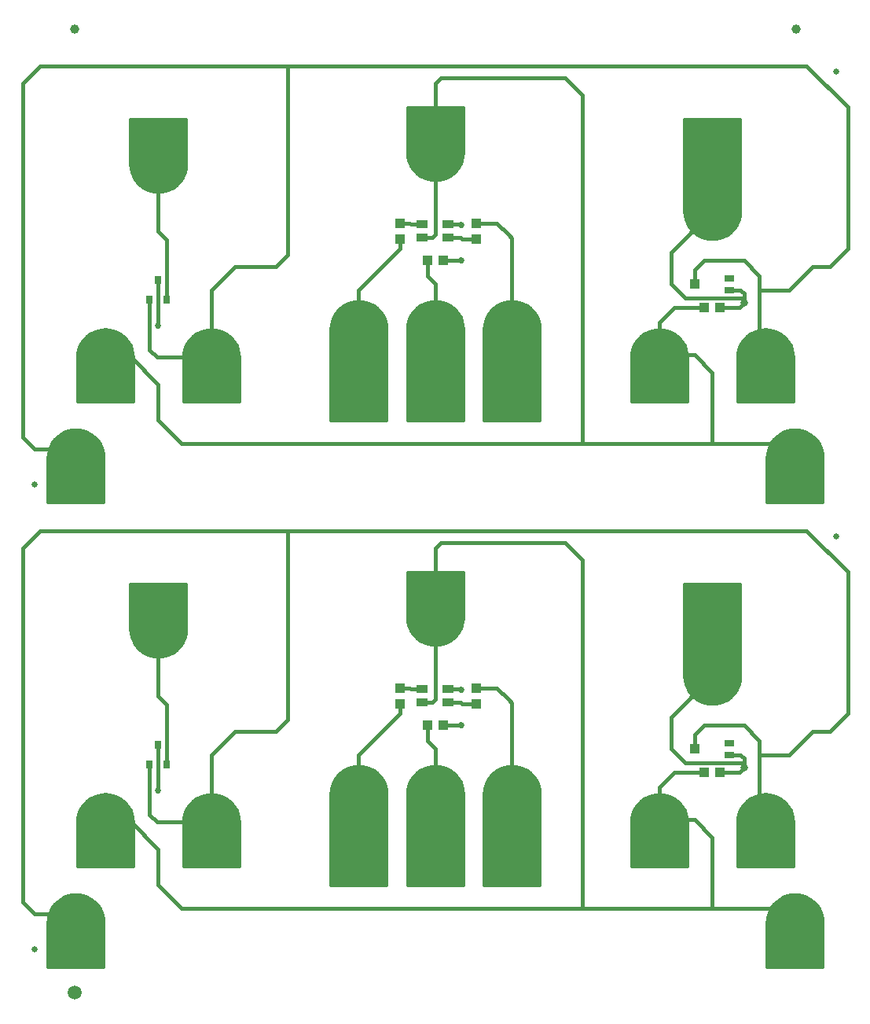
<source format=gtl>
G75*
%MOIN*%
%OFA0B0*%
%FSLAX25Y25*%
%IPPOS*%
%LPD*%
%AMOC8*
5,1,8,0,0,1.08239X$1,22.5*
%
%ADD10R,0.04331X0.03937*%
%ADD11R,0.03937X0.04331*%
%ADD12C,0.20000*%
%ADD13C,0.01000*%
%ADD14R,0.04331X0.03150*%
%ADD15C,0.02500*%
%ADD16R,0.03150X0.03543*%
%ADD17R,0.04724X0.03543*%
%ADD18C,0.03937*%
%ADD19C,0.05906*%
%ADD20C,0.01600*%
%ADD21C,0.02700*%
%ADD22C,0.03200*%
D10*
X0205404Y0133750D03*
X0212096Y0133750D03*
X0318927Y0123711D03*
X0322904Y0113750D03*
X0329596Y0113750D03*
X0329596Y0310750D03*
X0322904Y0310750D03*
X0318927Y0320711D03*
X0212096Y0330750D03*
X0205404Y0330750D03*
D11*
X0193750Y0339904D03*
X0193750Y0346596D03*
X0226250Y0346596D03*
X0226250Y0339904D03*
X0226250Y0149596D03*
X0226250Y0142904D03*
X0193750Y0142904D03*
X0193750Y0149596D03*
D12*
X0208750Y0179750D03*
X0208750Y0104750D03*
X0208750Y0081750D03*
X0176250Y0081750D03*
X0176250Y0104750D03*
X0113750Y0092750D03*
X0068750Y0092750D03*
X0056250Y0050250D03*
X0091250Y0174750D03*
X0056250Y0247250D03*
X0068750Y0289750D03*
X0113750Y0289750D03*
X0176250Y0278750D03*
X0176250Y0301750D03*
X0208750Y0301750D03*
X0208750Y0278750D03*
X0241250Y0278750D03*
X0241250Y0301750D03*
X0303750Y0289750D03*
X0348750Y0289750D03*
X0361250Y0247250D03*
X0326250Y0177750D03*
X0326250Y0154750D03*
X0303750Y0092750D03*
X0348750Y0092750D03*
X0361250Y0050250D03*
X0241250Y0081750D03*
X0241250Y0104750D03*
X0326250Y0351750D03*
X0326250Y0374750D03*
X0208750Y0376750D03*
X0091250Y0371750D03*
D13*
X0083964Y0362253D02*
X0098536Y0362253D01*
X0099108Y0362681D02*
X0100319Y0363892D01*
X0101345Y0365262D01*
X0102166Y0366765D01*
X0102764Y0368369D01*
X0103128Y0370042D01*
X0103250Y0371750D01*
X0103250Y0390750D01*
X0079250Y0390750D01*
X0079250Y0371750D01*
X0079372Y0370042D01*
X0079736Y0368369D01*
X0080334Y0366765D01*
X0081155Y0365262D01*
X0082181Y0363892D01*
X0083392Y0362681D01*
X0084762Y0361655D01*
X0086265Y0360834D01*
X0087869Y0360236D01*
X0089542Y0359872D01*
X0091250Y0359750D01*
X0092958Y0359872D01*
X0094631Y0360236D01*
X0096235Y0360834D01*
X0097738Y0361655D01*
X0099108Y0362681D01*
X0099679Y0363251D02*
X0082821Y0363251D01*
X0081913Y0364250D02*
X0100587Y0364250D01*
X0101335Y0365248D02*
X0081165Y0365248D01*
X0080617Y0366247D02*
X0101883Y0366247D01*
X0102345Y0367245D02*
X0080155Y0367245D01*
X0079783Y0368244D02*
X0102717Y0368244D01*
X0102954Y0369242D02*
X0079546Y0369242D01*
X0079358Y0370241D02*
X0103142Y0370241D01*
X0103213Y0371239D02*
X0079287Y0371239D01*
X0079250Y0372238D02*
X0103250Y0372238D01*
X0103250Y0373236D02*
X0079250Y0373236D01*
X0079250Y0374235D02*
X0103250Y0374235D01*
X0103250Y0375233D02*
X0079250Y0375233D01*
X0079250Y0376232D02*
X0103250Y0376232D01*
X0103250Y0377230D02*
X0079250Y0377230D01*
X0079250Y0378229D02*
X0103250Y0378229D01*
X0103250Y0379227D02*
X0079250Y0379227D01*
X0079250Y0380226D02*
X0103250Y0380226D01*
X0103250Y0381224D02*
X0079250Y0381224D01*
X0079250Y0382223D02*
X0103250Y0382223D01*
X0103250Y0383222D02*
X0079250Y0383222D01*
X0079250Y0384220D02*
X0103250Y0384220D01*
X0103250Y0385219D02*
X0079250Y0385219D01*
X0079250Y0386217D02*
X0103250Y0386217D01*
X0103250Y0387216D02*
X0079250Y0387216D01*
X0079250Y0388214D02*
X0103250Y0388214D01*
X0103250Y0389213D02*
X0079250Y0389213D01*
X0079250Y0390211D02*
X0103250Y0390211D01*
X0097004Y0361254D02*
X0085496Y0361254D01*
X0087816Y0360256D02*
X0094684Y0360256D01*
X0110369Y0301264D02*
X0108765Y0300666D01*
X0107262Y0299845D01*
X0105892Y0298819D01*
X0104681Y0297608D01*
X0103655Y0296238D01*
X0102834Y0294735D01*
X0102236Y0293131D01*
X0101872Y0291458D01*
X0101750Y0289750D01*
X0101750Y0270750D01*
X0125750Y0270750D01*
X0125750Y0289750D01*
X0125628Y0291458D01*
X0125264Y0293131D01*
X0124666Y0294735D01*
X0123845Y0296238D01*
X0122819Y0297608D01*
X0121608Y0298819D01*
X0120238Y0299845D01*
X0118735Y0300666D01*
X0117131Y0301264D01*
X0115458Y0301628D01*
X0113750Y0301750D01*
X0112042Y0301628D01*
X0110369Y0301264D01*
X0110735Y0301344D02*
X0116765Y0301344D01*
X0119322Y0300345D02*
X0108178Y0300345D01*
X0106596Y0299347D02*
X0120904Y0299347D01*
X0122079Y0298348D02*
X0105421Y0298348D01*
X0104487Y0297350D02*
X0123013Y0297350D01*
X0123760Y0296351D02*
X0103740Y0296351D01*
X0103172Y0295353D02*
X0124328Y0295353D01*
X0124808Y0294354D02*
X0102692Y0294354D01*
X0102320Y0293355D02*
X0125180Y0293355D01*
X0125432Y0292357D02*
X0102068Y0292357D01*
X0101865Y0291358D02*
X0125635Y0291358D01*
X0125706Y0290360D02*
X0101794Y0290360D01*
X0101750Y0289361D02*
X0125750Y0289361D01*
X0125750Y0288363D02*
X0101750Y0288363D01*
X0101750Y0287364D02*
X0125750Y0287364D01*
X0125750Y0286366D02*
X0101750Y0286366D01*
X0101750Y0285367D02*
X0125750Y0285367D01*
X0125750Y0284369D02*
X0101750Y0284369D01*
X0101750Y0283370D02*
X0125750Y0283370D01*
X0125750Y0282372D02*
X0101750Y0282372D01*
X0101750Y0281373D02*
X0125750Y0281373D01*
X0125750Y0280375D02*
X0101750Y0280375D01*
X0101750Y0279376D02*
X0125750Y0279376D01*
X0125750Y0278378D02*
X0101750Y0278378D01*
X0101750Y0277379D02*
X0125750Y0277379D01*
X0125750Y0276381D02*
X0101750Y0276381D01*
X0101750Y0275382D02*
X0125750Y0275382D01*
X0125750Y0274384D02*
X0101750Y0274384D01*
X0101750Y0273385D02*
X0125750Y0273385D01*
X0125750Y0272387D02*
X0101750Y0272387D01*
X0101750Y0271388D02*
X0125750Y0271388D01*
X0164250Y0271388D02*
X0188250Y0271388D01*
X0188250Y0270390D02*
X0164250Y0270390D01*
X0164250Y0269391D02*
X0188250Y0269391D01*
X0188250Y0268393D02*
X0164250Y0268393D01*
X0164250Y0267394D02*
X0188250Y0267394D01*
X0188250Y0266396D02*
X0164250Y0266396D01*
X0164250Y0265397D02*
X0188250Y0265397D01*
X0188250Y0264399D02*
X0164250Y0264399D01*
X0164250Y0263400D02*
X0188250Y0263400D01*
X0188250Y0262750D02*
X0188250Y0301750D01*
X0188128Y0303458D01*
X0187764Y0305131D01*
X0187166Y0306735D01*
X0186345Y0308238D01*
X0185319Y0309608D01*
X0184108Y0310819D01*
X0182738Y0311845D01*
X0181235Y0312666D01*
X0179631Y0313264D01*
X0177958Y0313628D01*
X0176250Y0313750D01*
X0174542Y0313628D01*
X0172869Y0313264D01*
X0171265Y0312666D01*
X0169762Y0311845D01*
X0168392Y0310819D01*
X0167181Y0309608D01*
X0166155Y0308238D01*
X0165334Y0306735D01*
X0164736Y0305131D01*
X0164372Y0303458D01*
X0164250Y0301750D01*
X0164250Y0262750D01*
X0188250Y0262750D01*
X0196750Y0262750D02*
X0220750Y0262750D01*
X0220750Y0301750D01*
X0220628Y0303458D01*
X0220264Y0305131D01*
X0219666Y0306735D01*
X0218845Y0308238D01*
X0217819Y0309608D01*
X0216608Y0310819D01*
X0215238Y0311845D01*
X0213735Y0312666D01*
X0212131Y0313264D01*
X0210458Y0313628D01*
X0208750Y0313750D01*
X0207042Y0313628D01*
X0205369Y0313264D01*
X0203765Y0312666D01*
X0202262Y0311845D01*
X0200892Y0310819D01*
X0199681Y0309608D01*
X0198655Y0308238D01*
X0197834Y0306735D01*
X0197236Y0305131D01*
X0196872Y0303458D01*
X0196750Y0301750D01*
X0196750Y0262750D01*
X0196750Y0263400D02*
X0220750Y0263400D01*
X0220750Y0264399D02*
X0196750Y0264399D01*
X0196750Y0265397D02*
X0220750Y0265397D01*
X0220750Y0266396D02*
X0196750Y0266396D01*
X0196750Y0267394D02*
X0220750Y0267394D01*
X0220750Y0268393D02*
X0196750Y0268393D01*
X0196750Y0269391D02*
X0220750Y0269391D01*
X0220750Y0270390D02*
X0196750Y0270390D01*
X0196750Y0271388D02*
X0220750Y0271388D01*
X0220750Y0272387D02*
X0196750Y0272387D01*
X0196750Y0273385D02*
X0220750Y0273385D01*
X0220750Y0274384D02*
X0196750Y0274384D01*
X0196750Y0275382D02*
X0220750Y0275382D01*
X0220750Y0276381D02*
X0196750Y0276381D01*
X0196750Y0277379D02*
X0220750Y0277379D01*
X0220750Y0278378D02*
X0196750Y0278378D01*
X0196750Y0279376D02*
X0220750Y0279376D01*
X0220750Y0280375D02*
X0196750Y0280375D01*
X0196750Y0281373D02*
X0220750Y0281373D01*
X0220750Y0282372D02*
X0196750Y0282372D01*
X0196750Y0283370D02*
X0220750Y0283370D01*
X0220750Y0284369D02*
X0196750Y0284369D01*
X0196750Y0285367D02*
X0220750Y0285367D01*
X0220750Y0286366D02*
X0196750Y0286366D01*
X0196750Y0287364D02*
X0220750Y0287364D01*
X0220750Y0288363D02*
X0196750Y0288363D01*
X0196750Y0289361D02*
X0220750Y0289361D01*
X0220750Y0290360D02*
X0196750Y0290360D01*
X0196750Y0291358D02*
X0220750Y0291358D01*
X0220750Y0292357D02*
X0196750Y0292357D01*
X0196750Y0293355D02*
X0220750Y0293355D01*
X0220750Y0294354D02*
X0196750Y0294354D01*
X0196750Y0295353D02*
X0220750Y0295353D01*
X0220750Y0296351D02*
X0196750Y0296351D01*
X0196750Y0297350D02*
X0220750Y0297350D01*
X0220750Y0298348D02*
X0196750Y0298348D01*
X0196750Y0299347D02*
X0220750Y0299347D01*
X0220750Y0300345D02*
X0196750Y0300345D01*
X0196750Y0301344D02*
X0220750Y0301344D01*
X0220708Y0302342D02*
X0196792Y0302342D01*
X0196864Y0303341D02*
X0220636Y0303341D01*
X0220436Y0304339D02*
X0197064Y0304339D01*
X0197313Y0305338D02*
X0220187Y0305338D01*
X0219814Y0306336D02*
X0197686Y0306336D01*
X0198162Y0307335D02*
X0219338Y0307335D01*
X0218774Y0308333D02*
X0198726Y0308333D01*
X0199474Y0309332D02*
X0218026Y0309332D01*
X0217097Y0310330D02*
X0200403Y0310330D01*
X0201573Y0311329D02*
X0215927Y0311329D01*
X0214355Y0312327D02*
X0203145Y0312327D01*
X0205653Y0313326D02*
X0211847Y0313326D01*
X0230186Y0306336D02*
X0252314Y0306336D01*
X0252166Y0306735D02*
X0251345Y0308238D01*
X0250319Y0309608D01*
X0249108Y0310819D01*
X0247738Y0311845D01*
X0246235Y0312666D01*
X0244631Y0313264D01*
X0242958Y0313628D01*
X0241250Y0313750D01*
X0239542Y0313628D01*
X0237869Y0313264D01*
X0236265Y0312666D01*
X0234762Y0311845D01*
X0233392Y0310819D01*
X0232181Y0309608D01*
X0231155Y0308238D01*
X0230334Y0306735D01*
X0229736Y0305131D01*
X0229372Y0303458D01*
X0229250Y0301750D01*
X0229250Y0262750D01*
X0253250Y0262750D01*
X0253250Y0301750D01*
X0253128Y0303458D01*
X0252764Y0305131D01*
X0252166Y0306735D01*
X0251838Y0307335D02*
X0230662Y0307335D01*
X0231226Y0308333D02*
X0251274Y0308333D01*
X0250526Y0309332D02*
X0231974Y0309332D01*
X0232903Y0310330D02*
X0249597Y0310330D01*
X0248427Y0311329D02*
X0234073Y0311329D01*
X0235645Y0312327D02*
X0246855Y0312327D01*
X0244347Y0313326D02*
X0238153Y0313326D01*
X0229813Y0305338D02*
X0252687Y0305338D01*
X0252936Y0304339D02*
X0229564Y0304339D01*
X0229364Y0303341D02*
X0253136Y0303341D01*
X0253208Y0302342D02*
X0229292Y0302342D01*
X0229250Y0301344D02*
X0253250Y0301344D01*
X0253250Y0300345D02*
X0229250Y0300345D01*
X0229250Y0299347D02*
X0253250Y0299347D01*
X0253250Y0298348D02*
X0229250Y0298348D01*
X0229250Y0297350D02*
X0253250Y0297350D01*
X0253250Y0296351D02*
X0229250Y0296351D01*
X0229250Y0295353D02*
X0253250Y0295353D01*
X0253250Y0294354D02*
X0229250Y0294354D01*
X0229250Y0293355D02*
X0253250Y0293355D01*
X0253250Y0292357D02*
X0229250Y0292357D01*
X0229250Y0291358D02*
X0253250Y0291358D01*
X0253250Y0290360D02*
X0229250Y0290360D01*
X0229250Y0289361D02*
X0253250Y0289361D01*
X0253250Y0288363D02*
X0229250Y0288363D01*
X0229250Y0287364D02*
X0253250Y0287364D01*
X0253250Y0286366D02*
X0229250Y0286366D01*
X0229250Y0285367D02*
X0253250Y0285367D01*
X0253250Y0284369D02*
X0229250Y0284369D01*
X0229250Y0283370D02*
X0253250Y0283370D01*
X0253250Y0282372D02*
X0229250Y0282372D01*
X0229250Y0281373D02*
X0253250Y0281373D01*
X0253250Y0280375D02*
X0229250Y0280375D01*
X0229250Y0279376D02*
X0253250Y0279376D01*
X0253250Y0278378D02*
X0229250Y0278378D01*
X0229250Y0277379D02*
X0253250Y0277379D01*
X0253250Y0276381D02*
X0229250Y0276381D01*
X0229250Y0275382D02*
X0253250Y0275382D01*
X0253250Y0274384D02*
X0229250Y0274384D01*
X0229250Y0273385D02*
X0253250Y0273385D01*
X0253250Y0272387D02*
X0229250Y0272387D01*
X0229250Y0271388D02*
X0253250Y0271388D01*
X0253250Y0270390D02*
X0229250Y0270390D01*
X0229250Y0269391D02*
X0253250Y0269391D01*
X0253250Y0268393D02*
X0229250Y0268393D01*
X0229250Y0267394D02*
X0253250Y0267394D01*
X0253250Y0266396D02*
X0229250Y0266396D01*
X0229250Y0265397D02*
X0253250Y0265397D01*
X0253250Y0264399D02*
X0229250Y0264399D01*
X0229250Y0263400D02*
X0253250Y0263400D01*
X0291750Y0270750D02*
X0315750Y0270750D01*
X0315750Y0289750D01*
X0315628Y0291458D01*
X0315264Y0293131D01*
X0314666Y0294735D01*
X0313845Y0296238D01*
X0312819Y0297608D01*
X0311608Y0298819D01*
X0310238Y0299845D01*
X0308735Y0300666D01*
X0307131Y0301264D01*
X0305458Y0301628D01*
X0303750Y0301750D01*
X0302042Y0301628D01*
X0300369Y0301264D01*
X0298765Y0300666D01*
X0297262Y0299845D01*
X0295892Y0298819D01*
X0294681Y0297608D01*
X0293655Y0296238D01*
X0292834Y0294735D01*
X0292236Y0293131D01*
X0291872Y0291458D01*
X0291750Y0289750D01*
X0291750Y0270750D01*
X0291750Y0271388D02*
X0315750Y0271388D01*
X0315750Y0272387D02*
X0291750Y0272387D01*
X0291750Y0273385D02*
X0315750Y0273385D01*
X0315750Y0274384D02*
X0291750Y0274384D01*
X0291750Y0275382D02*
X0315750Y0275382D01*
X0315750Y0276381D02*
X0291750Y0276381D01*
X0291750Y0277379D02*
X0315750Y0277379D01*
X0315750Y0278378D02*
X0291750Y0278378D01*
X0291750Y0279376D02*
X0315750Y0279376D01*
X0315750Y0280375D02*
X0291750Y0280375D01*
X0291750Y0281373D02*
X0315750Y0281373D01*
X0315750Y0282372D02*
X0291750Y0282372D01*
X0291750Y0283370D02*
X0315750Y0283370D01*
X0315750Y0284369D02*
X0291750Y0284369D01*
X0291750Y0285367D02*
X0315750Y0285367D01*
X0315750Y0286366D02*
X0291750Y0286366D01*
X0291750Y0287364D02*
X0315750Y0287364D01*
X0315750Y0288363D02*
X0291750Y0288363D01*
X0291750Y0289361D02*
X0315750Y0289361D01*
X0315706Y0290360D02*
X0291794Y0290360D01*
X0291865Y0291358D02*
X0315635Y0291358D01*
X0315432Y0292357D02*
X0292068Y0292357D01*
X0292320Y0293355D02*
X0315180Y0293355D01*
X0314808Y0294354D02*
X0292692Y0294354D01*
X0293172Y0295353D02*
X0314328Y0295353D01*
X0313760Y0296351D02*
X0293740Y0296351D01*
X0294487Y0297350D02*
X0313013Y0297350D01*
X0312079Y0298348D02*
X0295421Y0298348D01*
X0296596Y0299347D02*
X0310904Y0299347D01*
X0309322Y0300345D02*
X0298178Y0300345D01*
X0300735Y0301344D02*
X0306765Y0301344D01*
X0337236Y0293131D02*
X0336872Y0291458D01*
X0336750Y0289750D01*
X0336750Y0270750D01*
X0360750Y0270750D01*
X0360750Y0289750D01*
X0360628Y0291458D01*
X0360264Y0293131D01*
X0359666Y0294735D01*
X0358845Y0296238D01*
X0357819Y0297608D01*
X0356608Y0298819D01*
X0355238Y0299845D01*
X0353735Y0300666D01*
X0352131Y0301264D01*
X0350458Y0301628D01*
X0348750Y0301750D01*
X0347042Y0301628D01*
X0345369Y0301264D01*
X0343765Y0300666D01*
X0342262Y0299845D01*
X0340892Y0298819D01*
X0339681Y0297608D01*
X0338655Y0296238D01*
X0337834Y0294735D01*
X0337236Y0293131D01*
X0337320Y0293355D02*
X0360180Y0293355D01*
X0360432Y0292357D02*
X0337068Y0292357D01*
X0336865Y0291358D02*
X0360635Y0291358D01*
X0360706Y0290360D02*
X0336794Y0290360D01*
X0336750Y0289361D02*
X0360750Y0289361D01*
X0360750Y0288363D02*
X0336750Y0288363D01*
X0336750Y0287364D02*
X0360750Y0287364D01*
X0360750Y0286366D02*
X0336750Y0286366D01*
X0336750Y0285367D02*
X0360750Y0285367D01*
X0360750Y0284369D02*
X0336750Y0284369D01*
X0336750Y0283370D02*
X0360750Y0283370D01*
X0360750Y0282372D02*
X0336750Y0282372D01*
X0336750Y0281373D02*
X0360750Y0281373D01*
X0360750Y0280375D02*
X0336750Y0280375D01*
X0336750Y0279376D02*
X0360750Y0279376D01*
X0360750Y0278378D02*
X0336750Y0278378D01*
X0336750Y0277379D02*
X0360750Y0277379D01*
X0360750Y0276381D02*
X0336750Y0276381D01*
X0336750Y0275382D02*
X0360750Y0275382D01*
X0360750Y0274384D02*
X0336750Y0274384D01*
X0336750Y0273385D02*
X0360750Y0273385D01*
X0360750Y0272387D02*
X0336750Y0272387D01*
X0336750Y0271388D02*
X0360750Y0271388D01*
X0361250Y0259250D02*
X0362958Y0259128D01*
X0364631Y0258764D01*
X0366235Y0258166D01*
X0367738Y0257345D01*
X0369108Y0256319D01*
X0370319Y0255108D01*
X0371345Y0253738D01*
X0372166Y0252235D01*
X0372764Y0250631D01*
X0373128Y0248958D01*
X0373250Y0247250D01*
X0373250Y0228250D01*
X0349250Y0228250D01*
X0349250Y0247250D01*
X0349372Y0248958D01*
X0349736Y0250631D01*
X0350334Y0252235D01*
X0351155Y0253738D01*
X0352181Y0255108D01*
X0353392Y0256319D01*
X0354762Y0257345D01*
X0356265Y0258166D01*
X0357869Y0258764D01*
X0359542Y0259128D01*
X0361250Y0259250D01*
X0356914Y0258408D02*
X0365586Y0258408D01*
X0367620Y0257409D02*
X0354880Y0257409D01*
X0353514Y0256411D02*
X0368986Y0256411D01*
X0370015Y0255412D02*
X0352485Y0255412D01*
X0351661Y0254414D02*
X0370839Y0254414D01*
X0371521Y0253415D02*
X0350979Y0253415D01*
X0350434Y0252417D02*
X0372066Y0252417D01*
X0372470Y0251418D02*
X0350030Y0251418D01*
X0349690Y0250420D02*
X0372810Y0250420D01*
X0373027Y0249421D02*
X0349473Y0249421D01*
X0349334Y0248422D02*
X0373166Y0248422D01*
X0373238Y0247424D02*
X0349262Y0247424D01*
X0349250Y0246425D02*
X0373250Y0246425D01*
X0373250Y0245427D02*
X0349250Y0245427D01*
X0349250Y0244428D02*
X0373250Y0244428D01*
X0373250Y0243430D02*
X0349250Y0243430D01*
X0349250Y0242431D02*
X0373250Y0242431D01*
X0373250Y0241433D02*
X0349250Y0241433D01*
X0349250Y0240434D02*
X0373250Y0240434D01*
X0373250Y0239436D02*
X0349250Y0239436D01*
X0349250Y0238437D02*
X0373250Y0238437D01*
X0373250Y0237439D02*
X0349250Y0237439D01*
X0349250Y0236440D02*
X0373250Y0236440D01*
X0373250Y0235442D02*
X0349250Y0235442D01*
X0349250Y0234443D02*
X0373250Y0234443D01*
X0373250Y0233445D02*
X0349250Y0233445D01*
X0349250Y0232446D02*
X0373250Y0232446D01*
X0373250Y0231448D02*
X0349250Y0231448D01*
X0349250Y0230449D02*
X0373250Y0230449D01*
X0373250Y0229451D02*
X0349250Y0229451D01*
X0349250Y0228452D02*
X0373250Y0228452D01*
X0338250Y0193750D02*
X0314250Y0193750D01*
X0314250Y0154750D01*
X0314372Y0153042D01*
X0314736Y0151369D01*
X0315334Y0149765D01*
X0316155Y0148262D01*
X0317181Y0146892D01*
X0318392Y0145681D01*
X0319762Y0144655D01*
X0321265Y0143834D01*
X0322869Y0143236D01*
X0324542Y0142872D01*
X0326250Y0142750D01*
X0327958Y0142872D01*
X0329631Y0143236D01*
X0331235Y0143834D01*
X0332738Y0144655D01*
X0334108Y0145681D01*
X0335319Y0146892D01*
X0336345Y0148262D01*
X0337166Y0149765D01*
X0337764Y0151369D01*
X0338128Y0153042D01*
X0338250Y0154750D01*
X0338250Y0193750D01*
X0338250Y0193504D02*
X0314250Y0193504D01*
X0314250Y0192506D02*
X0338250Y0192506D01*
X0338250Y0191507D02*
X0314250Y0191507D01*
X0314250Y0190509D02*
X0338250Y0190509D01*
X0338250Y0189510D02*
X0314250Y0189510D01*
X0314250Y0188512D02*
X0338250Y0188512D01*
X0338250Y0187513D02*
X0314250Y0187513D01*
X0314250Y0186515D02*
X0338250Y0186515D01*
X0338250Y0185516D02*
X0314250Y0185516D01*
X0314250Y0184518D02*
X0338250Y0184518D01*
X0338250Y0183519D02*
X0314250Y0183519D01*
X0314250Y0182521D02*
X0338250Y0182521D01*
X0338250Y0181522D02*
X0314250Y0181522D01*
X0314250Y0180524D02*
X0338250Y0180524D01*
X0338250Y0179525D02*
X0314250Y0179525D01*
X0314250Y0178527D02*
X0338250Y0178527D01*
X0338250Y0177528D02*
X0314250Y0177528D01*
X0314250Y0176530D02*
X0338250Y0176530D01*
X0338250Y0175531D02*
X0314250Y0175531D01*
X0314250Y0174533D02*
X0338250Y0174533D01*
X0338250Y0173534D02*
X0314250Y0173534D01*
X0314250Y0172536D02*
X0338250Y0172536D01*
X0338250Y0171537D02*
X0314250Y0171537D01*
X0314250Y0170539D02*
X0338250Y0170539D01*
X0338250Y0169540D02*
X0314250Y0169540D01*
X0314250Y0168542D02*
X0338250Y0168542D01*
X0338250Y0167543D02*
X0314250Y0167543D01*
X0314250Y0166545D02*
X0338250Y0166545D01*
X0338250Y0165546D02*
X0314250Y0165546D01*
X0314250Y0164548D02*
X0338250Y0164548D01*
X0338250Y0163549D02*
X0314250Y0163549D01*
X0314250Y0162551D02*
X0338250Y0162551D01*
X0338250Y0161552D02*
X0314250Y0161552D01*
X0314250Y0160553D02*
X0338250Y0160553D01*
X0338250Y0159555D02*
X0314250Y0159555D01*
X0314250Y0158556D02*
X0338250Y0158556D01*
X0338250Y0157558D02*
X0314250Y0157558D01*
X0314250Y0156559D02*
X0338250Y0156559D01*
X0338250Y0155561D02*
X0314250Y0155561D01*
X0314263Y0154562D02*
X0338237Y0154562D01*
X0338165Y0153564D02*
X0314335Y0153564D01*
X0314476Y0152565D02*
X0338024Y0152565D01*
X0337807Y0151567D02*
X0314693Y0151567D01*
X0315035Y0150568D02*
X0337465Y0150568D01*
X0337059Y0149570D02*
X0315441Y0149570D01*
X0315986Y0148571D02*
X0336514Y0148571D01*
X0335829Y0147573D02*
X0316671Y0147573D01*
X0317498Y0146574D02*
X0335002Y0146574D01*
X0333968Y0145576D02*
X0318532Y0145576D01*
X0319905Y0144577D02*
X0332595Y0144577D01*
X0330550Y0143579D02*
X0321950Y0143579D01*
X0307131Y0104264D02*
X0305458Y0104628D01*
X0303750Y0104750D01*
X0302042Y0104628D01*
X0300369Y0104264D01*
X0298765Y0103666D01*
X0297262Y0102845D01*
X0295892Y0101819D01*
X0294681Y0100608D01*
X0293655Y0099238D01*
X0292834Y0097735D01*
X0292236Y0096131D01*
X0291872Y0094458D01*
X0291750Y0092750D01*
X0291750Y0073750D01*
X0315750Y0073750D01*
X0315750Y0092750D01*
X0315628Y0094458D01*
X0315264Y0096131D01*
X0314666Y0097735D01*
X0313845Y0099238D01*
X0312819Y0100608D01*
X0311608Y0101819D01*
X0310238Y0102845D01*
X0308735Y0103666D01*
X0307131Y0104264D01*
X0308785Y0103638D02*
X0298715Y0103638D01*
X0296988Y0102640D02*
X0310512Y0102640D01*
X0311786Y0101641D02*
X0295714Y0101641D01*
X0294715Y0100643D02*
X0312785Y0100643D01*
X0313541Y0099644D02*
X0293959Y0099644D01*
X0293332Y0098646D02*
X0314168Y0098646D01*
X0314698Y0097647D02*
X0292802Y0097647D01*
X0292429Y0096649D02*
X0315071Y0096649D01*
X0315368Y0095650D02*
X0292132Y0095650D01*
X0291914Y0094652D02*
X0315586Y0094652D01*
X0315685Y0093653D02*
X0291815Y0093653D01*
X0291750Y0092655D02*
X0315750Y0092655D01*
X0315750Y0091656D02*
X0291750Y0091656D01*
X0291750Y0090658D02*
X0315750Y0090658D01*
X0315750Y0089659D02*
X0291750Y0089659D01*
X0291750Y0088661D02*
X0315750Y0088661D01*
X0315750Y0087662D02*
X0291750Y0087662D01*
X0291750Y0086664D02*
X0315750Y0086664D01*
X0315750Y0085665D02*
X0291750Y0085665D01*
X0291750Y0084667D02*
X0315750Y0084667D01*
X0315750Y0083668D02*
X0291750Y0083668D01*
X0291750Y0082670D02*
X0315750Y0082670D01*
X0315750Y0081671D02*
X0291750Y0081671D01*
X0291750Y0080673D02*
X0315750Y0080673D01*
X0315750Y0079674D02*
X0291750Y0079674D01*
X0291750Y0078676D02*
X0315750Y0078676D01*
X0315750Y0077677D02*
X0291750Y0077677D01*
X0291750Y0076679D02*
X0315750Y0076679D01*
X0315750Y0075680D02*
X0291750Y0075680D01*
X0291750Y0074682D02*
X0315750Y0074682D01*
X0336750Y0074682D02*
X0360750Y0074682D01*
X0360750Y0073750D02*
X0360750Y0092750D01*
X0360628Y0094458D01*
X0360264Y0096131D01*
X0359666Y0097735D01*
X0358845Y0099238D01*
X0357819Y0100608D01*
X0356608Y0101819D01*
X0355238Y0102845D01*
X0353735Y0103666D01*
X0352131Y0104264D01*
X0350458Y0104628D01*
X0348750Y0104750D01*
X0347042Y0104628D01*
X0345369Y0104264D01*
X0343765Y0103666D01*
X0342262Y0102845D01*
X0340892Y0101819D01*
X0339681Y0100608D01*
X0338655Y0099238D01*
X0337834Y0097735D01*
X0337236Y0096131D01*
X0336872Y0094458D01*
X0336750Y0092750D01*
X0336750Y0073750D01*
X0360750Y0073750D01*
X0360750Y0075680D02*
X0336750Y0075680D01*
X0336750Y0076679D02*
X0360750Y0076679D01*
X0360750Y0077677D02*
X0336750Y0077677D01*
X0336750Y0078676D02*
X0360750Y0078676D01*
X0360750Y0079674D02*
X0336750Y0079674D01*
X0336750Y0080673D02*
X0360750Y0080673D01*
X0360750Y0081671D02*
X0336750Y0081671D01*
X0336750Y0082670D02*
X0360750Y0082670D01*
X0360750Y0083668D02*
X0336750Y0083668D01*
X0336750Y0084667D02*
X0360750Y0084667D01*
X0360750Y0085665D02*
X0336750Y0085665D01*
X0336750Y0086664D02*
X0360750Y0086664D01*
X0360750Y0087662D02*
X0336750Y0087662D01*
X0336750Y0088661D02*
X0360750Y0088661D01*
X0360750Y0089659D02*
X0336750Y0089659D01*
X0336750Y0090658D02*
X0360750Y0090658D01*
X0360750Y0091656D02*
X0336750Y0091656D01*
X0336750Y0092655D02*
X0360750Y0092655D01*
X0360685Y0093653D02*
X0336815Y0093653D01*
X0336914Y0094652D02*
X0360586Y0094652D01*
X0360368Y0095650D02*
X0337132Y0095650D01*
X0337429Y0096649D02*
X0360071Y0096649D01*
X0359698Y0097647D02*
X0337802Y0097647D01*
X0338332Y0098646D02*
X0359168Y0098646D01*
X0358541Y0099644D02*
X0338959Y0099644D01*
X0339715Y0100643D02*
X0357785Y0100643D01*
X0356786Y0101641D02*
X0340714Y0101641D01*
X0341988Y0102640D02*
X0355512Y0102640D01*
X0353785Y0103638D02*
X0343715Y0103638D01*
X0347168Y0104637D02*
X0350332Y0104637D01*
X0359542Y0062128D02*
X0357869Y0061764D01*
X0356265Y0061166D01*
X0354762Y0060345D01*
X0353392Y0059319D01*
X0352181Y0058108D01*
X0351155Y0056738D01*
X0350334Y0055235D01*
X0349736Y0053631D01*
X0349372Y0051958D01*
X0349250Y0050250D01*
X0349250Y0031250D01*
X0373250Y0031250D01*
X0373250Y0050250D01*
X0373128Y0051958D01*
X0372764Y0053631D01*
X0372166Y0055235D01*
X0371345Y0056738D01*
X0370319Y0058108D01*
X0369108Y0059319D01*
X0367738Y0060345D01*
X0366235Y0061166D01*
X0364631Y0061764D01*
X0362958Y0062128D01*
X0361250Y0062250D01*
X0359542Y0062128D01*
X0357700Y0061701D02*
X0364800Y0061701D01*
X0367083Y0060702D02*
X0355417Y0060702D01*
X0353906Y0059704D02*
X0368594Y0059704D01*
X0369722Y0058705D02*
X0352778Y0058705D01*
X0351880Y0057707D02*
X0370620Y0057707D01*
X0371361Y0056708D02*
X0351139Y0056708D01*
X0350594Y0055710D02*
X0371906Y0055710D01*
X0372361Y0054711D02*
X0350139Y0054711D01*
X0349767Y0053713D02*
X0372733Y0053713D01*
X0372963Y0052714D02*
X0349537Y0052714D01*
X0349355Y0051716D02*
X0373145Y0051716D01*
X0373217Y0050717D02*
X0349283Y0050717D01*
X0349250Y0049719D02*
X0373250Y0049719D01*
X0373250Y0048720D02*
X0349250Y0048720D01*
X0349250Y0047722D02*
X0373250Y0047722D01*
X0373250Y0046723D02*
X0349250Y0046723D01*
X0349250Y0045725D02*
X0373250Y0045725D01*
X0373250Y0044726D02*
X0349250Y0044726D01*
X0349250Y0043728D02*
X0373250Y0043728D01*
X0373250Y0042729D02*
X0349250Y0042729D01*
X0349250Y0041731D02*
X0373250Y0041731D01*
X0373250Y0040732D02*
X0349250Y0040732D01*
X0349250Y0039734D02*
X0373250Y0039734D01*
X0373250Y0038735D02*
X0349250Y0038735D01*
X0349250Y0037737D02*
X0373250Y0037737D01*
X0373250Y0036738D02*
X0349250Y0036738D01*
X0349250Y0035740D02*
X0373250Y0035740D01*
X0373250Y0034741D02*
X0349250Y0034741D01*
X0349250Y0033743D02*
X0373250Y0033743D01*
X0373250Y0032744D02*
X0349250Y0032744D01*
X0349250Y0031746D02*
X0373250Y0031746D01*
X0305332Y0104637D02*
X0302168Y0104637D01*
X0253250Y0104637D02*
X0229250Y0104637D01*
X0229250Y0104750D02*
X0229250Y0065750D01*
X0253250Y0065750D01*
X0253250Y0104750D01*
X0253128Y0106458D01*
X0252764Y0108131D01*
X0252166Y0109735D01*
X0251345Y0111238D01*
X0250319Y0112608D01*
X0249108Y0113819D01*
X0247738Y0114845D01*
X0246235Y0115666D01*
X0244631Y0116264D01*
X0242958Y0116628D01*
X0241250Y0116750D01*
X0239542Y0116628D01*
X0237869Y0116264D01*
X0236265Y0115666D01*
X0234762Y0114845D01*
X0233392Y0113819D01*
X0232181Y0112608D01*
X0231155Y0111238D01*
X0230334Y0109735D01*
X0229736Y0108131D01*
X0229372Y0106458D01*
X0229250Y0104750D01*
X0229313Y0105635D02*
X0253187Y0105635D01*
X0253090Y0106634D02*
X0229410Y0106634D01*
X0229628Y0107632D02*
X0252872Y0107632D01*
X0252577Y0108631D02*
X0229923Y0108631D01*
X0230295Y0109629D02*
X0252205Y0109629D01*
X0251678Y0110628D02*
X0230822Y0110628D01*
X0231446Y0111626D02*
X0251054Y0111626D01*
X0250302Y0112625D02*
X0232198Y0112625D01*
X0233196Y0113623D02*
X0249304Y0113623D01*
X0248036Y0114622D02*
X0234464Y0114622D01*
X0236182Y0115620D02*
X0246318Y0115620D01*
X0242998Y0116619D02*
X0239502Y0116619D01*
X0229250Y0103638D02*
X0253250Y0103638D01*
X0253250Y0102640D02*
X0229250Y0102640D01*
X0229250Y0101641D02*
X0253250Y0101641D01*
X0253250Y0100643D02*
X0229250Y0100643D01*
X0229250Y0099644D02*
X0253250Y0099644D01*
X0253250Y0098646D02*
X0229250Y0098646D01*
X0229250Y0097647D02*
X0253250Y0097647D01*
X0253250Y0096649D02*
X0229250Y0096649D01*
X0229250Y0095650D02*
X0253250Y0095650D01*
X0253250Y0094652D02*
X0229250Y0094652D01*
X0229250Y0093653D02*
X0253250Y0093653D01*
X0253250Y0092655D02*
X0229250Y0092655D01*
X0229250Y0091656D02*
X0253250Y0091656D01*
X0253250Y0090658D02*
X0229250Y0090658D01*
X0229250Y0089659D02*
X0253250Y0089659D01*
X0253250Y0088661D02*
X0229250Y0088661D01*
X0229250Y0087662D02*
X0253250Y0087662D01*
X0253250Y0086664D02*
X0229250Y0086664D01*
X0229250Y0085665D02*
X0253250Y0085665D01*
X0253250Y0084667D02*
X0229250Y0084667D01*
X0229250Y0083668D02*
X0253250Y0083668D01*
X0253250Y0082670D02*
X0229250Y0082670D01*
X0229250Y0081671D02*
X0253250Y0081671D01*
X0253250Y0080673D02*
X0229250Y0080673D01*
X0229250Y0079674D02*
X0253250Y0079674D01*
X0253250Y0078676D02*
X0229250Y0078676D01*
X0229250Y0077677D02*
X0253250Y0077677D01*
X0253250Y0076679D02*
X0229250Y0076679D01*
X0229250Y0075680D02*
X0253250Y0075680D01*
X0253250Y0074682D02*
X0229250Y0074682D01*
X0229250Y0073683D02*
X0253250Y0073683D01*
X0253250Y0072684D02*
X0229250Y0072684D01*
X0229250Y0071686D02*
X0253250Y0071686D01*
X0253250Y0070687D02*
X0229250Y0070687D01*
X0229250Y0069689D02*
X0253250Y0069689D01*
X0253250Y0068690D02*
X0229250Y0068690D01*
X0229250Y0067692D02*
X0253250Y0067692D01*
X0253250Y0066693D02*
X0229250Y0066693D01*
X0220750Y0066693D02*
X0196750Y0066693D01*
X0196750Y0065750D02*
X0220750Y0065750D01*
X0220750Y0104750D01*
X0220628Y0106458D01*
X0220264Y0108131D01*
X0219666Y0109735D01*
X0218845Y0111238D01*
X0217819Y0112608D01*
X0216608Y0113819D01*
X0215238Y0114845D01*
X0213735Y0115666D01*
X0212131Y0116264D01*
X0210458Y0116628D01*
X0208750Y0116750D01*
X0207042Y0116628D01*
X0205369Y0116264D01*
X0203765Y0115666D01*
X0202262Y0114845D01*
X0200892Y0113819D01*
X0199681Y0112608D01*
X0198655Y0111238D01*
X0197834Y0109735D01*
X0197236Y0108131D01*
X0196872Y0106458D01*
X0196750Y0104750D01*
X0196750Y0065750D01*
X0196750Y0067692D02*
X0220750Y0067692D01*
X0220750Y0068690D02*
X0196750Y0068690D01*
X0196750Y0069689D02*
X0220750Y0069689D01*
X0220750Y0070687D02*
X0196750Y0070687D01*
X0196750Y0071686D02*
X0220750Y0071686D01*
X0220750Y0072684D02*
X0196750Y0072684D01*
X0196750Y0073683D02*
X0220750Y0073683D01*
X0220750Y0074682D02*
X0196750Y0074682D01*
X0196750Y0075680D02*
X0220750Y0075680D01*
X0220750Y0076679D02*
X0196750Y0076679D01*
X0196750Y0077677D02*
X0220750Y0077677D01*
X0220750Y0078676D02*
X0196750Y0078676D01*
X0196750Y0079674D02*
X0220750Y0079674D01*
X0220750Y0080673D02*
X0196750Y0080673D01*
X0196750Y0081671D02*
X0220750Y0081671D01*
X0220750Y0082670D02*
X0196750Y0082670D01*
X0196750Y0083668D02*
X0220750Y0083668D01*
X0220750Y0084667D02*
X0196750Y0084667D01*
X0196750Y0085665D02*
X0220750Y0085665D01*
X0220750Y0086664D02*
X0196750Y0086664D01*
X0196750Y0087662D02*
X0220750Y0087662D01*
X0220750Y0088661D02*
X0196750Y0088661D01*
X0196750Y0089659D02*
X0220750Y0089659D01*
X0220750Y0090658D02*
X0196750Y0090658D01*
X0196750Y0091656D02*
X0220750Y0091656D01*
X0220750Y0092655D02*
X0196750Y0092655D01*
X0196750Y0093653D02*
X0220750Y0093653D01*
X0220750Y0094652D02*
X0196750Y0094652D01*
X0196750Y0095650D02*
X0220750Y0095650D01*
X0220750Y0096649D02*
X0196750Y0096649D01*
X0196750Y0097647D02*
X0220750Y0097647D01*
X0220750Y0098646D02*
X0196750Y0098646D01*
X0196750Y0099644D02*
X0220750Y0099644D01*
X0220750Y0100643D02*
X0196750Y0100643D01*
X0196750Y0101641D02*
X0220750Y0101641D01*
X0220750Y0102640D02*
X0196750Y0102640D01*
X0196750Y0103638D02*
X0220750Y0103638D01*
X0220750Y0104637D02*
X0196750Y0104637D01*
X0196813Y0105635D02*
X0220687Y0105635D01*
X0220590Y0106634D02*
X0196910Y0106634D01*
X0197128Y0107632D02*
X0220372Y0107632D01*
X0220077Y0108631D02*
X0197423Y0108631D01*
X0197795Y0109629D02*
X0219705Y0109629D01*
X0219178Y0110628D02*
X0198322Y0110628D01*
X0198946Y0111626D02*
X0218554Y0111626D01*
X0217802Y0112625D02*
X0199698Y0112625D01*
X0200696Y0113623D02*
X0216804Y0113623D01*
X0215536Y0114622D02*
X0201964Y0114622D01*
X0203682Y0115620D02*
X0213818Y0115620D01*
X0210498Y0116619D02*
X0207002Y0116619D01*
X0187205Y0109629D02*
X0165295Y0109629D01*
X0165334Y0109735D02*
X0164736Y0108131D01*
X0164372Y0106458D01*
X0164250Y0104750D01*
X0164250Y0065750D01*
X0188250Y0065750D01*
X0188250Y0104750D01*
X0188128Y0106458D01*
X0187764Y0108131D01*
X0187166Y0109735D01*
X0186345Y0111238D01*
X0185319Y0112608D01*
X0184108Y0113819D01*
X0182738Y0114845D01*
X0181235Y0115666D01*
X0179631Y0116264D01*
X0177958Y0116628D01*
X0176250Y0116750D01*
X0174542Y0116628D01*
X0172869Y0116264D01*
X0171265Y0115666D01*
X0169762Y0114845D01*
X0168392Y0113819D01*
X0167181Y0112608D01*
X0166155Y0111238D01*
X0165334Y0109735D01*
X0165822Y0110628D02*
X0186678Y0110628D01*
X0186054Y0111626D02*
X0166446Y0111626D01*
X0167198Y0112625D02*
X0185302Y0112625D01*
X0184304Y0113623D02*
X0168196Y0113623D01*
X0169464Y0114622D02*
X0183036Y0114622D01*
X0181318Y0115620D02*
X0171182Y0115620D01*
X0174502Y0116619D02*
X0177998Y0116619D01*
X0187577Y0108631D02*
X0164923Y0108631D01*
X0164628Y0107632D02*
X0187872Y0107632D01*
X0188090Y0106634D02*
X0164410Y0106634D01*
X0164313Y0105635D02*
X0188187Y0105635D01*
X0188250Y0104637D02*
X0164250Y0104637D01*
X0164250Y0103638D02*
X0188250Y0103638D01*
X0188250Y0102640D02*
X0164250Y0102640D01*
X0164250Y0101641D02*
X0188250Y0101641D01*
X0188250Y0100643D02*
X0164250Y0100643D01*
X0164250Y0099644D02*
X0188250Y0099644D01*
X0188250Y0098646D02*
X0164250Y0098646D01*
X0164250Y0097647D02*
X0188250Y0097647D01*
X0188250Y0096649D02*
X0164250Y0096649D01*
X0164250Y0095650D02*
X0188250Y0095650D01*
X0188250Y0094652D02*
X0164250Y0094652D01*
X0164250Y0093653D02*
X0188250Y0093653D01*
X0188250Y0092655D02*
X0164250Y0092655D01*
X0164250Y0091656D02*
X0188250Y0091656D01*
X0188250Y0090658D02*
X0164250Y0090658D01*
X0164250Y0089659D02*
X0188250Y0089659D01*
X0188250Y0088661D02*
X0164250Y0088661D01*
X0164250Y0087662D02*
X0188250Y0087662D01*
X0188250Y0086664D02*
X0164250Y0086664D01*
X0164250Y0085665D02*
X0188250Y0085665D01*
X0188250Y0084667D02*
X0164250Y0084667D01*
X0164250Y0083668D02*
X0188250Y0083668D01*
X0188250Y0082670D02*
X0164250Y0082670D01*
X0164250Y0081671D02*
X0188250Y0081671D01*
X0188250Y0080673D02*
X0164250Y0080673D01*
X0164250Y0079674D02*
X0188250Y0079674D01*
X0188250Y0078676D02*
X0164250Y0078676D01*
X0164250Y0077677D02*
X0188250Y0077677D01*
X0188250Y0076679D02*
X0164250Y0076679D01*
X0164250Y0075680D02*
X0188250Y0075680D01*
X0188250Y0074682D02*
X0164250Y0074682D01*
X0164250Y0073683D02*
X0188250Y0073683D01*
X0188250Y0072684D02*
X0164250Y0072684D01*
X0164250Y0071686D02*
X0188250Y0071686D01*
X0188250Y0070687D02*
X0164250Y0070687D01*
X0164250Y0069689D02*
X0188250Y0069689D01*
X0188250Y0068690D02*
X0164250Y0068690D01*
X0164250Y0067692D02*
X0188250Y0067692D01*
X0188250Y0066693D02*
X0164250Y0066693D01*
X0125750Y0073750D02*
X0125750Y0092750D01*
X0125628Y0094458D01*
X0125264Y0096131D01*
X0124666Y0097735D01*
X0123845Y0099238D01*
X0122819Y0100608D01*
X0121608Y0101819D01*
X0120238Y0102845D01*
X0118735Y0103666D01*
X0117131Y0104264D01*
X0115458Y0104628D01*
X0113750Y0104750D01*
X0112042Y0104628D01*
X0110369Y0104264D01*
X0108765Y0103666D01*
X0107262Y0102845D01*
X0105892Y0101819D01*
X0104681Y0100608D01*
X0103655Y0099238D01*
X0102834Y0097735D01*
X0102236Y0096131D01*
X0101872Y0094458D01*
X0101750Y0092750D01*
X0101750Y0073750D01*
X0125750Y0073750D01*
X0125750Y0074682D02*
X0101750Y0074682D01*
X0101750Y0075680D02*
X0125750Y0075680D01*
X0125750Y0076679D02*
X0101750Y0076679D01*
X0101750Y0077677D02*
X0125750Y0077677D01*
X0125750Y0078676D02*
X0101750Y0078676D01*
X0101750Y0079674D02*
X0125750Y0079674D01*
X0125750Y0080673D02*
X0101750Y0080673D01*
X0101750Y0081671D02*
X0125750Y0081671D01*
X0125750Y0082670D02*
X0101750Y0082670D01*
X0101750Y0083668D02*
X0125750Y0083668D01*
X0125750Y0084667D02*
X0101750Y0084667D01*
X0101750Y0085665D02*
X0125750Y0085665D01*
X0125750Y0086664D02*
X0101750Y0086664D01*
X0101750Y0087662D02*
X0125750Y0087662D01*
X0125750Y0088661D02*
X0101750Y0088661D01*
X0101750Y0089659D02*
X0125750Y0089659D01*
X0125750Y0090658D02*
X0101750Y0090658D01*
X0101750Y0091656D02*
X0125750Y0091656D01*
X0125750Y0092655D02*
X0101750Y0092655D01*
X0101815Y0093653D02*
X0125685Y0093653D01*
X0125586Y0094652D02*
X0101914Y0094652D01*
X0102132Y0095650D02*
X0125368Y0095650D01*
X0125071Y0096649D02*
X0102429Y0096649D01*
X0102802Y0097647D02*
X0124698Y0097647D01*
X0124168Y0098646D02*
X0103332Y0098646D01*
X0103959Y0099644D02*
X0123541Y0099644D01*
X0122785Y0100643D02*
X0104715Y0100643D01*
X0105714Y0101641D02*
X0121786Y0101641D01*
X0120512Y0102640D02*
X0106988Y0102640D01*
X0108715Y0103638D02*
X0118785Y0103638D01*
X0115332Y0104637D02*
X0112168Y0104637D01*
X0080264Y0096131D02*
X0079666Y0097735D01*
X0078845Y0099238D01*
X0077819Y0100608D01*
X0076608Y0101819D01*
X0075238Y0102845D01*
X0073735Y0103666D01*
X0072131Y0104264D01*
X0070458Y0104628D01*
X0068750Y0104750D01*
X0067042Y0104628D01*
X0065369Y0104264D01*
X0063765Y0103666D01*
X0062262Y0102845D01*
X0060892Y0101819D01*
X0059681Y0100608D01*
X0058655Y0099238D01*
X0057834Y0097735D01*
X0057236Y0096131D01*
X0056872Y0094458D01*
X0056750Y0092750D01*
X0056750Y0073750D01*
X0080750Y0073750D01*
X0080750Y0092750D01*
X0080628Y0094458D01*
X0080264Y0096131D01*
X0080368Y0095650D02*
X0057132Y0095650D01*
X0056914Y0094652D02*
X0080586Y0094652D01*
X0080685Y0093653D02*
X0056815Y0093653D01*
X0056750Y0092655D02*
X0080750Y0092655D01*
X0080750Y0091656D02*
X0056750Y0091656D01*
X0056750Y0090658D02*
X0080750Y0090658D01*
X0080750Y0089659D02*
X0056750Y0089659D01*
X0056750Y0088661D02*
X0080750Y0088661D01*
X0080750Y0087662D02*
X0056750Y0087662D01*
X0056750Y0086664D02*
X0080750Y0086664D01*
X0080750Y0085665D02*
X0056750Y0085665D01*
X0056750Y0084667D02*
X0080750Y0084667D01*
X0080750Y0083668D02*
X0056750Y0083668D01*
X0056750Y0082670D02*
X0080750Y0082670D01*
X0080750Y0081671D02*
X0056750Y0081671D01*
X0056750Y0080673D02*
X0080750Y0080673D01*
X0080750Y0079674D02*
X0056750Y0079674D01*
X0056750Y0078676D02*
X0080750Y0078676D01*
X0080750Y0077677D02*
X0056750Y0077677D01*
X0056750Y0076679D02*
X0080750Y0076679D01*
X0080750Y0075680D02*
X0056750Y0075680D01*
X0056750Y0074682D02*
X0080750Y0074682D01*
X0065319Y0058108D02*
X0064108Y0059319D01*
X0062738Y0060345D01*
X0061235Y0061166D01*
X0059631Y0061764D01*
X0057958Y0062128D01*
X0056250Y0062250D01*
X0054542Y0062128D01*
X0052869Y0061764D01*
X0051265Y0061166D01*
X0049762Y0060345D01*
X0048392Y0059319D01*
X0047181Y0058108D01*
X0046155Y0056738D01*
X0045334Y0055235D01*
X0044736Y0053631D01*
X0044372Y0051958D01*
X0044250Y0050250D01*
X0044250Y0031250D01*
X0068250Y0031250D01*
X0068250Y0050250D01*
X0068128Y0051958D01*
X0067764Y0053631D01*
X0067166Y0055235D01*
X0066345Y0056738D01*
X0065319Y0058108D01*
X0065620Y0057707D02*
X0046880Y0057707D01*
X0046139Y0056708D02*
X0066361Y0056708D01*
X0066906Y0055710D02*
X0045594Y0055710D01*
X0045139Y0054711D02*
X0067361Y0054711D01*
X0067733Y0053713D02*
X0044767Y0053713D01*
X0044537Y0052714D02*
X0067963Y0052714D01*
X0068145Y0051716D02*
X0044355Y0051716D01*
X0044283Y0050717D02*
X0068217Y0050717D01*
X0068250Y0049719D02*
X0044250Y0049719D01*
X0044250Y0048720D02*
X0068250Y0048720D01*
X0068250Y0047722D02*
X0044250Y0047722D01*
X0044250Y0046723D02*
X0068250Y0046723D01*
X0068250Y0045725D02*
X0044250Y0045725D01*
X0044250Y0044726D02*
X0068250Y0044726D01*
X0068250Y0043728D02*
X0044250Y0043728D01*
X0044250Y0042729D02*
X0068250Y0042729D01*
X0068250Y0041731D02*
X0044250Y0041731D01*
X0044250Y0040732D02*
X0068250Y0040732D01*
X0068250Y0039734D02*
X0044250Y0039734D01*
X0044250Y0038735D02*
X0068250Y0038735D01*
X0068250Y0037737D02*
X0044250Y0037737D01*
X0044250Y0036738D02*
X0068250Y0036738D01*
X0068250Y0035740D02*
X0044250Y0035740D01*
X0044250Y0034741D02*
X0068250Y0034741D01*
X0068250Y0033743D02*
X0044250Y0033743D01*
X0044250Y0032744D02*
X0068250Y0032744D01*
X0068250Y0031746D02*
X0044250Y0031746D01*
X0047778Y0058705D02*
X0064722Y0058705D01*
X0063594Y0059704D02*
X0048906Y0059704D01*
X0050417Y0060702D02*
X0062083Y0060702D01*
X0059800Y0061701D02*
X0052700Y0061701D01*
X0057429Y0096649D02*
X0080071Y0096649D01*
X0079698Y0097647D02*
X0057802Y0097647D01*
X0058332Y0098646D02*
X0079168Y0098646D01*
X0078541Y0099644D02*
X0058959Y0099644D01*
X0059715Y0100643D02*
X0077785Y0100643D01*
X0076786Y0101641D02*
X0060714Y0101641D01*
X0061988Y0102640D02*
X0075512Y0102640D01*
X0073785Y0103638D02*
X0063715Y0103638D01*
X0067168Y0104637D02*
X0070332Y0104637D01*
X0087869Y0163236D02*
X0089542Y0162872D01*
X0091250Y0162750D01*
X0092958Y0162872D01*
X0094631Y0163236D01*
X0096235Y0163834D01*
X0097738Y0164655D01*
X0099108Y0165681D01*
X0100319Y0166892D01*
X0101345Y0168262D01*
X0102166Y0169765D01*
X0102764Y0171369D01*
X0103128Y0173042D01*
X0103250Y0174750D01*
X0103250Y0193750D01*
X0079250Y0193750D01*
X0079250Y0174750D01*
X0079372Y0173042D01*
X0079736Y0171369D01*
X0080334Y0169765D01*
X0081155Y0168262D01*
X0082181Y0166892D01*
X0083392Y0165681D01*
X0084762Y0164655D01*
X0086265Y0163834D01*
X0087869Y0163236D01*
X0087030Y0163549D02*
X0095470Y0163549D01*
X0097541Y0164548D02*
X0084959Y0164548D01*
X0083572Y0165546D02*
X0098928Y0165546D01*
X0099972Y0166545D02*
X0082528Y0166545D01*
X0081693Y0167543D02*
X0100807Y0167543D01*
X0101498Y0168542D02*
X0081002Y0168542D01*
X0080457Y0169540D02*
X0102043Y0169540D01*
X0102454Y0170539D02*
X0080046Y0170539D01*
X0079700Y0171537D02*
X0102800Y0171537D01*
X0103018Y0172536D02*
X0079482Y0172536D01*
X0079337Y0173534D02*
X0103163Y0173534D01*
X0103234Y0174533D02*
X0079266Y0174533D01*
X0079250Y0175531D02*
X0103250Y0175531D01*
X0103250Y0176530D02*
X0079250Y0176530D01*
X0079250Y0177528D02*
X0103250Y0177528D01*
X0103250Y0178527D02*
X0079250Y0178527D01*
X0079250Y0179525D02*
X0103250Y0179525D01*
X0103250Y0180524D02*
X0079250Y0180524D01*
X0079250Y0181522D02*
X0103250Y0181522D01*
X0103250Y0182521D02*
X0079250Y0182521D01*
X0079250Y0183519D02*
X0103250Y0183519D01*
X0103250Y0184518D02*
X0079250Y0184518D01*
X0079250Y0185516D02*
X0103250Y0185516D01*
X0103250Y0186515D02*
X0079250Y0186515D01*
X0079250Y0187513D02*
X0103250Y0187513D01*
X0103250Y0188512D02*
X0079250Y0188512D01*
X0079250Y0189510D02*
X0103250Y0189510D01*
X0103250Y0190509D02*
X0079250Y0190509D01*
X0079250Y0191507D02*
X0103250Y0191507D01*
X0103250Y0192506D02*
X0079250Y0192506D01*
X0079250Y0193504D02*
X0103250Y0193504D01*
X0068250Y0228250D02*
X0068250Y0247250D01*
X0068128Y0248958D01*
X0067764Y0250631D01*
X0067166Y0252235D01*
X0066345Y0253738D01*
X0065319Y0255108D01*
X0064108Y0256319D01*
X0062738Y0257345D01*
X0061235Y0258166D01*
X0059631Y0258764D01*
X0057958Y0259128D01*
X0056250Y0259250D01*
X0054542Y0259128D01*
X0052869Y0258764D01*
X0051265Y0258166D01*
X0049762Y0257345D01*
X0048392Y0256319D01*
X0047181Y0255108D01*
X0046155Y0253738D01*
X0045334Y0252235D01*
X0044736Y0250631D01*
X0044372Y0248958D01*
X0044250Y0247250D01*
X0044250Y0228250D01*
X0068250Y0228250D01*
X0068250Y0228452D02*
X0044250Y0228452D01*
X0044250Y0229451D02*
X0068250Y0229451D01*
X0068250Y0230449D02*
X0044250Y0230449D01*
X0044250Y0231448D02*
X0068250Y0231448D01*
X0068250Y0232446D02*
X0044250Y0232446D01*
X0044250Y0233445D02*
X0068250Y0233445D01*
X0068250Y0234443D02*
X0044250Y0234443D01*
X0044250Y0235442D02*
X0068250Y0235442D01*
X0068250Y0236440D02*
X0044250Y0236440D01*
X0044250Y0237439D02*
X0068250Y0237439D01*
X0068250Y0238437D02*
X0044250Y0238437D01*
X0044250Y0239436D02*
X0068250Y0239436D01*
X0068250Y0240434D02*
X0044250Y0240434D01*
X0044250Y0241433D02*
X0068250Y0241433D01*
X0068250Y0242431D02*
X0044250Y0242431D01*
X0044250Y0243430D02*
X0068250Y0243430D01*
X0068250Y0244428D02*
X0044250Y0244428D01*
X0044250Y0245427D02*
X0068250Y0245427D01*
X0068250Y0246425D02*
X0044250Y0246425D01*
X0044262Y0247424D02*
X0068238Y0247424D01*
X0068166Y0248422D02*
X0044334Y0248422D01*
X0044473Y0249421D02*
X0068027Y0249421D01*
X0067810Y0250420D02*
X0044690Y0250420D01*
X0045030Y0251418D02*
X0067470Y0251418D01*
X0067066Y0252417D02*
X0045434Y0252417D01*
X0045979Y0253415D02*
X0066521Y0253415D01*
X0065839Y0254414D02*
X0046661Y0254414D01*
X0047485Y0255412D02*
X0065015Y0255412D01*
X0063986Y0256411D02*
X0048514Y0256411D01*
X0049880Y0257409D02*
X0062620Y0257409D01*
X0060586Y0258408D02*
X0051914Y0258408D01*
X0056750Y0270750D02*
X0080750Y0270750D01*
X0080750Y0289750D01*
X0080628Y0291458D01*
X0080264Y0293131D01*
X0079666Y0294735D01*
X0078845Y0296238D01*
X0077819Y0297608D01*
X0076608Y0298819D01*
X0075238Y0299845D01*
X0073735Y0300666D01*
X0072131Y0301264D01*
X0070458Y0301628D01*
X0068750Y0301750D01*
X0067042Y0301628D01*
X0065369Y0301264D01*
X0063765Y0300666D01*
X0062262Y0299845D01*
X0060892Y0298819D01*
X0059681Y0297608D01*
X0058655Y0296238D01*
X0057834Y0294735D01*
X0057236Y0293131D01*
X0056872Y0291458D01*
X0056750Y0289750D01*
X0056750Y0270750D01*
X0056750Y0271388D02*
X0080750Y0271388D01*
X0080750Y0272387D02*
X0056750Y0272387D01*
X0056750Y0273385D02*
X0080750Y0273385D01*
X0080750Y0274384D02*
X0056750Y0274384D01*
X0056750Y0275382D02*
X0080750Y0275382D01*
X0080750Y0276381D02*
X0056750Y0276381D01*
X0056750Y0277379D02*
X0080750Y0277379D01*
X0080750Y0278378D02*
X0056750Y0278378D01*
X0056750Y0279376D02*
X0080750Y0279376D01*
X0080750Y0280375D02*
X0056750Y0280375D01*
X0056750Y0281373D02*
X0080750Y0281373D01*
X0080750Y0282372D02*
X0056750Y0282372D01*
X0056750Y0283370D02*
X0080750Y0283370D01*
X0080750Y0284369D02*
X0056750Y0284369D01*
X0056750Y0285367D02*
X0080750Y0285367D01*
X0080750Y0286366D02*
X0056750Y0286366D01*
X0056750Y0287364D02*
X0080750Y0287364D01*
X0080750Y0288363D02*
X0056750Y0288363D01*
X0056750Y0289361D02*
X0080750Y0289361D01*
X0080706Y0290360D02*
X0056794Y0290360D01*
X0056865Y0291358D02*
X0080635Y0291358D01*
X0080432Y0292357D02*
X0057068Y0292357D01*
X0057320Y0293355D02*
X0080180Y0293355D01*
X0079808Y0294354D02*
X0057692Y0294354D01*
X0058172Y0295353D02*
X0079328Y0295353D01*
X0078760Y0296351D02*
X0058740Y0296351D01*
X0059487Y0297350D02*
X0078013Y0297350D01*
X0077079Y0298348D02*
X0060421Y0298348D01*
X0061596Y0299347D02*
X0075904Y0299347D01*
X0074322Y0300345D02*
X0063178Y0300345D01*
X0065735Y0301344D02*
X0071765Y0301344D01*
X0164250Y0301344D02*
X0188250Y0301344D01*
X0188250Y0300345D02*
X0164250Y0300345D01*
X0164250Y0299347D02*
X0188250Y0299347D01*
X0188250Y0298348D02*
X0164250Y0298348D01*
X0164250Y0297350D02*
X0188250Y0297350D01*
X0188250Y0296351D02*
X0164250Y0296351D01*
X0164250Y0295353D02*
X0188250Y0295353D01*
X0188250Y0294354D02*
X0164250Y0294354D01*
X0164250Y0293355D02*
X0188250Y0293355D01*
X0188250Y0292357D02*
X0164250Y0292357D01*
X0164250Y0291358D02*
X0188250Y0291358D01*
X0188250Y0290360D02*
X0164250Y0290360D01*
X0164250Y0289361D02*
X0188250Y0289361D01*
X0188250Y0288363D02*
X0164250Y0288363D01*
X0164250Y0287364D02*
X0188250Y0287364D01*
X0188250Y0286366D02*
X0164250Y0286366D01*
X0164250Y0285367D02*
X0188250Y0285367D01*
X0188250Y0284369D02*
X0164250Y0284369D01*
X0164250Y0283370D02*
X0188250Y0283370D01*
X0188250Y0282372D02*
X0164250Y0282372D01*
X0164250Y0281373D02*
X0188250Y0281373D01*
X0188250Y0280375D02*
X0164250Y0280375D01*
X0164250Y0279376D02*
X0188250Y0279376D01*
X0188250Y0278378D02*
X0164250Y0278378D01*
X0164250Y0277379D02*
X0188250Y0277379D01*
X0188250Y0276381D02*
X0164250Y0276381D01*
X0164250Y0275382D02*
X0188250Y0275382D01*
X0188250Y0274384D02*
X0164250Y0274384D01*
X0164250Y0273385D02*
X0188250Y0273385D01*
X0188250Y0272387D02*
X0164250Y0272387D01*
X0164292Y0302342D02*
X0188208Y0302342D01*
X0188136Y0303341D02*
X0164364Y0303341D01*
X0164564Y0304339D02*
X0187936Y0304339D01*
X0187687Y0305338D02*
X0164813Y0305338D01*
X0165186Y0306336D02*
X0187314Y0306336D01*
X0186838Y0307335D02*
X0165662Y0307335D01*
X0166226Y0308333D02*
X0186274Y0308333D01*
X0185526Y0309332D02*
X0166974Y0309332D01*
X0167903Y0310330D02*
X0184597Y0310330D01*
X0183427Y0311329D02*
X0169073Y0311329D01*
X0170645Y0312327D02*
X0181855Y0312327D01*
X0179347Y0313326D02*
X0173153Y0313326D01*
X0202262Y0366655D02*
X0203765Y0365834D01*
X0205369Y0365236D01*
X0207042Y0364872D01*
X0208750Y0364750D01*
X0210458Y0364872D01*
X0212131Y0365236D01*
X0213735Y0365834D01*
X0215238Y0366655D01*
X0216608Y0367681D01*
X0217819Y0368892D01*
X0218845Y0370262D01*
X0219666Y0371765D01*
X0220264Y0373369D01*
X0220628Y0375042D01*
X0220750Y0376750D01*
X0220750Y0395750D01*
X0196750Y0395750D01*
X0196750Y0376750D01*
X0196872Y0375042D01*
X0197236Y0373369D01*
X0197834Y0371765D01*
X0198655Y0370262D01*
X0199681Y0368892D01*
X0200892Y0367681D01*
X0202262Y0366655D01*
X0203010Y0366247D02*
X0214490Y0366247D01*
X0216026Y0367245D02*
X0201474Y0367245D01*
X0200329Y0368244D02*
X0217171Y0368244D01*
X0218082Y0369242D02*
X0199418Y0369242D01*
X0198671Y0370241D02*
X0218829Y0370241D01*
X0219379Y0371239D02*
X0198121Y0371239D01*
X0197658Y0372238D02*
X0219842Y0372238D01*
X0220214Y0373236D02*
X0197286Y0373236D01*
X0197048Y0374235D02*
X0220452Y0374235D01*
X0220642Y0375233D02*
X0196858Y0375233D01*
X0196787Y0376232D02*
X0220713Y0376232D01*
X0220750Y0377230D02*
X0196750Y0377230D01*
X0196750Y0378229D02*
X0220750Y0378229D01*
X0220750Y0379227D02*
X0196750Y0379227D01*
X0196750Y0380226D02*
X0220750Y0380226D01*
X0220750Y0381224D02*
X0196750Y0381224D01*
X0196750Y0382223D02*
X0220750Y0382223D01*
X0220750Y0383222D02*
X0196750Y0383222D01*
X0196750Y0384220D02*
X0220750Y0384220D01*
X0220750Y0385219D02*
X0196750Y0385219D01*
X0196750Y0386217D02*
X0220750Y0386217D01*
X0220750Y0387216D02*
X0196750Y0387216D01*
X0196750Y0388214D02*
X0220750Y0388214D01*
X0220750Y0389213D02*
X0196750Y0389213D01*
X0196750Y0390211D02*
X0220750Y0390211D01*
X0220750Y0391210D02*
X0196750Y0391210D01*
X0196750Y0392208D02*
X0220750Y0392208D01*
X0220750Y0393207D02*
X0196750Y0393207D01*
X0196750Y0394205D02*
X0220750Y0394205D01*
X0220750Y0395204D02*
X0196750Y0395204D01*
X0205336Y0365248D02*
X0212164Y0365248D01*
X0314250Y0365248D02*
X0338250Y0365248D01*
X0338250Y0364250D02*
X0314250Y0364250D01*
X0314250Y0363251D02*
X0338250Y0363251D01*
X0338250Y0362253D02*
X0314250Y0362253D01*
X0314250Y0361254D02*
X0338250Y0361254D01*
X0338250Y0360256D02*
X0314250Y0360256D01*
X0314250Y0359257D02*
X0338250Y0359257D01*
X0338250Y0358259D02*
X0314250Y0358259D01*
X0314250Y0357260D02*
X0338250Y0357260D01*
X0338250Y0356262D02*
X0314250Y0356262D01*
X0314250Y0355263D02*
X0338250Y0355263D01*
X0338250Y0354265D02*
X0314250Y0354265D01*
X0314250Y0353266D02*
X0338250Y0353266D01*
X0338250Y0352268D02*
X0314250Y0352268D01*
X0314250Y0351750D02*
X0314372Y0350042D01*
X0314736Y0348369D01*
X0315334Y0346765D01*
X0316155Y0345262D01*
X0317181Y0343892D01*
X0318392Y0342681D01*
X0319762Y0341655D01*
X0321265Y0340834D01*
X0322869Y0340236D01*
X0324542Y0339872D01*
X0326250Y0339750D01*
X0327958Y0339872D01*
X0329631Y0340236D01*
X0331235Y0340834D01*
X0332738Y0341655D01*
X0334108Y0342681D01*
X0335319Y0343892D01*
X0336345Y0345262D01*
X0337166Y0346765D01*
X0337764Y0348369D01*
X0338128Y0350042D01*
X0338250Y0351750D01*
X0338250Y0390750D01*
X0314250Y0390750D01*
X0314250Y0351750D01*
X0314284Y0351269D02*
X0338216Y0351269D01*
X0338144Y0350271D02*
X0314356Y0350271D01*
X0314540Y0349272D02*
X0337960Y0349272D01*
X0337728Y0348274D02*
X0314772Y0348274D01*
X0315144Y0347275D02*
X0337356Y0347275D01*
X0336899Y0346277D02*
X0315601Y0346277D01*
X0316146Y0345278D02*
X0336354Y0345278D01*
X0335609Y0344280D02*
X0316891Y0344280D01*
X0317792Y0343281D02*
X0334708Y0343281D01*
X0333576Y0342283D02*
X0318924Y0342283D01*
X0320442Y0341284D02*
X0332058Y0341284D01*
X0329763Y0340286D02*
X0322737Y0340286D01*
X0314250Y0366247D02*
X0338250Y0366247D01*
X0338250Y0367245D02*
X0314250Y0367245D01*
X0314250Y0368244D02*
X0338250Y0368244D01*
X0338250Y0369242D02*
X0314250Y0369242D01*
X0314250Y0370241D02*
X0338250Y0370241D01*
X0338250Y0371239D02*
X0314250Y0371239D01*
X0314250Y0372238D02*
X0338250Y0372238D01*
X0338250Y0373236D02*
X0314250Y0373236D01*
X0314250Y0374235D02*
X0338250Y0374235D01*
X0338250Y0375233D02*
X0314250Y0375233D01*
X0314250Y0376232D02*
X0338250Y0376232D01*
X0338250Y0377230D02*
X0314250Y0377230D01*
X0314250Y0378229D02*
X0338250Y0378229D01*
X0338250Y0379227D02*
X0314250Y0379227D01*
X0314250Y0380226D02*
X0338250Y0380226D01*
X0338250Y0381224D02*
X0314250Y0381224D01*
X0314250Y0382223D02*
X0338250Y0382223D01*
X0338250Y0383222D02*
X0314250Y0383222D01*
X0314250Y0384220D02*
X0338250Y0384220D01*
X0338250Y0385219D02*
X0314250Y0385219D01*
X0314250Y0386217D02*
X0338250Y0386217D01*
X0338250Y0387216D02*
X0314250Y0387216D01*
X0314250Y0388214D02*
X0338250Y0388214D01*
X0338250Y0389213D02*
X0314250Y0389213D01*
X0314250Y0390211D02*
X0338250Y0390211D01*
X0345735Y0301344D02*
X0351765Y0301344D01*
X0354322Y0300345D02*
X0343178Y0300345D01*
X0341596Y0299347D02*
X0355904Y0299347D01*
X0357079Y0298348D02*
X0340421Y0298348D01*
X0339487Y0297350D02*
X0358013Y0297350D01*
X0358760Y0296351D02*
X0338740Y0296351D01*
X0338172Y0295353D02*
X0359328Y0295353D01*
X0359808Y0294354D02*
X0337692Y0294354D01*
X0220750Y0198750D02*
X0220750Y0179750D01*
X0220628Y0178042D01*
X0220264Y0176369D01*
X0219666Y0174765D01*
X0218845Y0173262D01*
X0217819Y0171892D01*
X0216608Y0170681D01*
X0215238Y0169655D01*
X0213735Y0168834D01*
X0212131Y0168236D01*
X0210458Y0167872D01*
X0208750Y0167750D01*
X0207042Y0167872D01*
X0205369Y0168236D01*
X0203765Y0168834D01*
X0202262Y0169655D01*
X0200892Y0170681D01*
X0199681Y0171892D01*
X0198655Y0173262D01*
X0197834Y0174765D01*
X0197236Y0176369D01*
X0196872Y0178042D01*
X0196750Y0179750D01*
X0196750Y0198750D01*
X0220750Y0198750D01*
X0220750Y0198497D02*
X0196750Y0198497D01*
X0196750Y0197498D02*
X0220750Y0197498D01*
X0220750Y0196500D02*
X0196750Y0196500D01*
X0196750Y0195501D02*
X0220750Y0195501D01*
X0220750Y0194503D02*
X0196750Y0194503D01*
X0196750Y0193504D02*
X0220750Y0193504D01*
X0220750Y0192506D02*
X0196750Y0192506D01*
X0196750Y0191507D02*
X0220750Y0191507D01*
X0220750Y0190509D02*
X0196750Y0190509D01*
X0196750Y0189510D02*
X0220750Y0189510D01*
X0220750Y0188512D02*
X0196750Y0188512D01*
X0196750Y0187513D02*
X0220750Y0187513D01*
X0220750Y0186515D02*
X0196750Y0186515D01*
X0196750Y0185516D02*
X0220750Y0185516D01*
X0220750Y0184518D02*
X0196750Y0184518D01*
X0196750Y0183519D02*
X0220750Y0183519D01*
X0220750Y0182521D02*
X0196750Y0182521D01*
X0196750Y0181522D02*
X0220750Y0181522D01*
X0220750Y0180524D02*
X0196750Y0180524D01*
X0196766Y0179525D02*
X0220734Y0179525D01*
X0220662Y0178527D02*
X0196837Y0178527D01*
X0196984Y0177528D02*
X0220516Y0177528D01*
X0220299Y0176530D02*
X0197201Y0176530D01*
X0197549Y0175531D02*
X0219951Y0175531D01*
X0219539Y0174533D02*
X0197961Y0174533D01*
X0198507Y0173534D02*
X0218993Y0173534D01*
X0218301Y0172536D02*
X0199199Y0172536D01*
X0200036Y0171537D02*
X0217464Y0171537D01*
X0216418Y0170539D02*
X0201082Y0170539D01*
X0202473Y0169540D02*
X0215027Y0169540D01*
X0212950Y0168542D02*
X0204550Y0168542D01*
D14*
X0333612Y0126309D03*
X0333612Y0121191D03*
X0333612Y0318191D03*
X0333612Y0323309D03*
D15*
X0038750Y0038750D03*
X0038750Y0235750D03*
X0378750Y0213750D03*
X0378750Y0410750D03*
D16*
X0094990Y0314313D03*
X0091250Y0322581D03*
X0087510Y0314313D03*
X0091250Y0125581D03*
X0087510Y0117313D03*
X0094990Y0117313D03*
D17*
X0203238Y0143396D03*
X0203238Y0149104D03*
X0214262Y0149104D03*
X0214262Y0143396D03*
X0214262Y0340396D03*
X0214262Y0346104D03*
X0203238Y0346104D03*
X0203238Y0340396D03*
D18*
X0055750Y0429000D03*
X0361750Y0429000D03*
D19*
X0055750Y0020500D03*
D20*
X0056250Y0050250D02*
X0052750Y0053750D01*
X0038750Y0053750D01*
X0033750Y0058750D01*
X0033750Y0208750D01*
X0041250Y0216250D01*
X0146250Y0216250D01*
X0146250Y0136250D01*
X0141250Y0131250D01*
X0123750Y0131250D01*
X0113750Y0121250D01*
X0113750Y0092750D01*
X0090750Y0092750D01*
X0087510Y0095990D01*
X0087510Y0117313D01*
X0094990Y0117313D02*
X0094990Y0142510D01*
X0091250Y0146250D01*
X0091250Y0174750D01*
X0091250Y0125581D02*
X0091250Y0106250D01*
X0079750Y0092750D02*
X0091250Y0081250D01*
X0091250Y0066250D01*
X0101250Y0056250D01*
X0271250Y0056250D01*
X0271250Y0203750D01*
X0263750Y0211250D01*
X0211250Y0211250D01*
X0208750Y0208750D01*
X0208750Y0179750D01*
X0208750Y0193750D01*
X0208750Y0179750D02*
X0208750Y0144750D01*
X0207396Y0143396D01*
X0203238Y0143396D01*
X0203238Y0149104D02*
X0198396Y0149104D01*
X0197904Y0149596D01*
X0197904Y0149596D01*
X0193750Y0149596D01*
X0193750Y0142904D02*
X0193750Y0138750D01*
X0176250Y0121250D01*
X0176250Y0104750D01*
X0176250Y0081750D01*
X0208750Y0081750D02*
X0208750Y0104750D01*
X0208750Y0123750D01*
X0205404Y0127096D01*
X0205404Y0133750D01*
X0212096Y0133750D02*
X0219750Y0133750D01*
X0220096Y0142904D02*
X0219604Y0143396D01*
X0214262Y0143396D01*
X0214262Y0149104D02*
X0219396Y0149104D01*
X0219750Y0148750D01*
X0220096Y0142904D02*
X0226250Y0142904D01*
X0226250Y0149596D02*
X0234904Y0149596D01*
X0239750Y0144750D01*
X0241250Y0143250D01*
X0241250Y0104750D01*
X0240750Y0143750D02*
X0239750Y0144750D01*
X0303750Y0107500D02*
X0303750Y0092750D01*
X0307250Y0093750D02*
X0318750Y0093750D01*
X0326250Y0086250D01*
X0326250Y0056250D01*
X0271250Y0056250D01*
X0303750Y0107500D02*
X0310000Y0113750D01*
X0322904Y0113750D01*
X0329596Y0113750D02*
X0337750Y0113750D01*
X0339750Y0115750D01*
X0339750Y0117750D01*
X0314750Y0117750D01*
X0308750Y0123750D01*
X0308750Y0137250D01*
X0326250Y0154750D01*
X0326250Y0177750D01*
X0366250Y0216250D02*
X0213750Y0216250D01*
X0213750Y0216250D01*
X0208750Y0216250D01*
X0146250Y0216250D01*
X0101250Y0253250D02*
X0271250Y0253250D01*
X0271250Y0400750D01*
X0263750Y0408250D01*
X0211250Y0408250D01*
X0208750Y0405750D01*
X0208750Y0376750D01*
X0208750Y0390750D01*
X0208750Y0376750D02*
X0208750Y0341750D01*
X0207396Y0340396D01*
X0203238Y0340396D01*
X0203238Y0346104D02*
X0198396Y0346104D01*
X0197904Y0346596D01*
X0197904Y0346596D01*
X0193750Y0346596D01*
X0193750Y0339904D02*
X0193750Y0335750D01*
X0176250Y0318250D01*
X0176250Y0301750D01*
X0176250Y0278750D01*
X0208750Y0278750D02*
X0208750Y0301750D01*
X0208750Y0320750D01*
X0205404Y0324096D01*
X0205404Y0330750D01*
X0212096Y0330750D02*
X0219750Y0330750D01*
X0220096Y0339904D02*
X0219604Y0340396D01*
X0214262Y0340396D01*
X0214262Y0346104D02*
X0219396Y0346104D01*
X0219750Y0345750D01*
X0220096Y0339904D02*
X0226250Y0339904D01*
X0226250Y0346596D02*
X0234904Y0346596D01*
X0239750Y0341750D01*
X0241250Y0340250D01*
X0241250Y0301750D01*
X0240750Y0340750D02*
X0239750Y0341750D01*
X0303750Y0304500D02*
X0303750Y0289750D01*
X0307250Y0290750D02*
X0318750Y0290750D01*
X0326250Y0283250D01*
X0326250Y0253250D01*
X0271250Y0253250D01*
X0326250Y0253250D02*
X0355250Y0253250D01*
X0361250Y0247250D01*
X0366250Y0216250D02*
X0383750Y0198750D01*
X0383750Y0138750D01*
X0376250Y0131250D01*
X0368750Y0131250D01*
X0358750Y0121250D01*
X0346250Y0121250D01*
X0346250Y0095250D01*
X0339750Y0117750D02*
X0339750Y0118750D01*
X0339750Y0119750D01*
X0338309Y0121191D01*
X0333612Y0121191D01*
X0346250Y0121250D02*
X0358750Y0121250D01*
X0346250Y0121250D02*
X0346250Y0127250D01*
X0339750Y0133750D01*
X0322750Y0133750D01*
X0318927Y0129927D01*
X0318927Y0123711D01*
X0326250Y0056250D02*
X0355250Y0056250D01*
X0361250Y0050250D01*
X0213750Y0216250D02*
X0211250Y0216250D01*
X0113750Y0289750D02*
X0113750Y0318250D01*
X0123750Y0328250D01*
X0141250Y0328250D01*
X0146250Y0333250D01*
X0146250Y0413250D01*
X0208750Y0413250D01*
X0213750Y0413250D01*
X0213750Y0413250D01*
X0366250Y0413250D01*
X0383750Y0395750D01*
X0383750Y0335750D01*
X0376250Y0328250D01*
X0368750Y0328250D01*
X0358750Y0318250D01*
X0346250Y0318250D01*
X0346250Y0292250D01*
X0337750Y0310750D02*
X0329596Y0310750D01*
X0337750Y0310750D02*
X0339750Y0312750D01*
X0339750Y0314750D01*
X0314750Y0314750D01*
X0308750Y0320750D01*
X0308750Y0334250D01*
X0326250Y0351750D01*
X0326250Y0374750D01*
X0322750Y0330750D02*
X0339750Y0330750D01*
X0346250Y0324250D01*
X0346250Y0318250D01*
X0358750Y0318250D01*
X0339750Y0316750D02*
X0339750Y0315750D01*
X0339750Y0314750D01*
X0339750Y0316750D02*
X0338309Y0318191D01*
X0333612Y0318191D01*
X0322904Y0310750D02*
X0310000Y0310750D01*
X0303750Y0304500D01*
X0318927Y0320711D02*
X0318927Y0326927D01*
X0322750Y0330750D01*
X0213750Y0413250D02*
X0211250Y0413250D01*
X0146250Y0413250D02*
X0041250Y0413250D01*
X0033750Y0405750D01*
X0033750Y0255750D01*
X0038750Y0250750D01*
X0052750Y0250750D01*
X0056250Y0247250D01*
X0091250Y0263250D02*
X0091250Y0278250D01*
X0079750Y0289750D01*
X0087510Y0292990D02*
X0087510Y0314313D01*
X0091250Y0322581D02*
X0091250Y0303250D01*
X0087510Y0292990D02*
X0090750Y0289750D01*
X0113750Y0289750D01*
X0094990Y0314313D02*
X0094990Y0339510D01*
X0091250Y0343250D01*
X0091250Y0371750D01*
X0091250Y0263250D02*
X0101250Y0253250D01*
D21*
X0091250Y0303250D03*
X0219750Y0330750D03*
X0219750Y0345750D03*
X0219750Y0148750D03*
X0219750Y0133750D03*
X0091250Y0106250D03*
D22*
X0339750Y0115750D03*
X0339750Y0312750D03*
M02*

</source>
